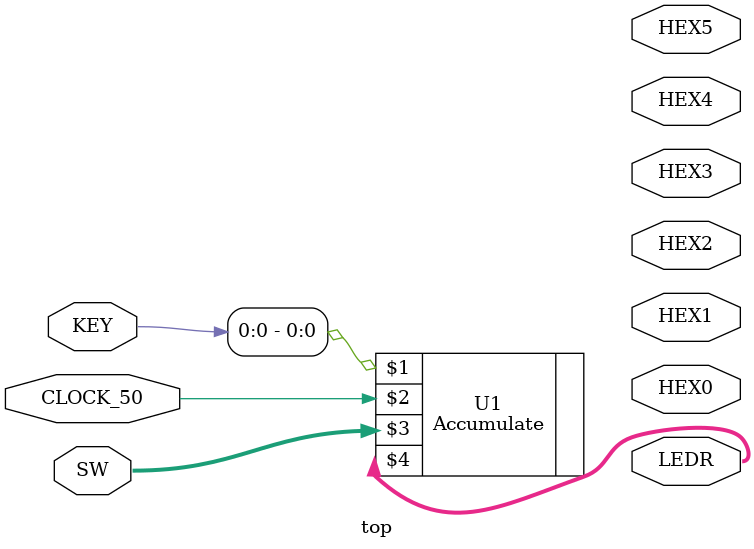
<source format=v>

module top (CLOCK_50, SW, KEY, HEX0, HEX1, HEX2, HEX3, HEX4, HEX5, LEDR);

    input CLOCK_50;             // DE-series 50 MHz clock signal
    input wire [9:0] SW;        // DE-series switches
    input wire [3:0] KEY;       // DE-series pushbuttons

    output wire [6:0] HEX0;     // DE-series HEX displays
    output wire [6:0] HEX1;
    output wire [6:0] HEX2;
    output wire [6:0] HEX3;
    output wire [6:0] HEX4;
    output wire [6:0] HEX5;

    output wire [9:0] LEDR;     // DE-series LEDs   

    Accumulate U1 (KEY[0], CLOCK_50, SW, LEDR);

endmodule


</source>
